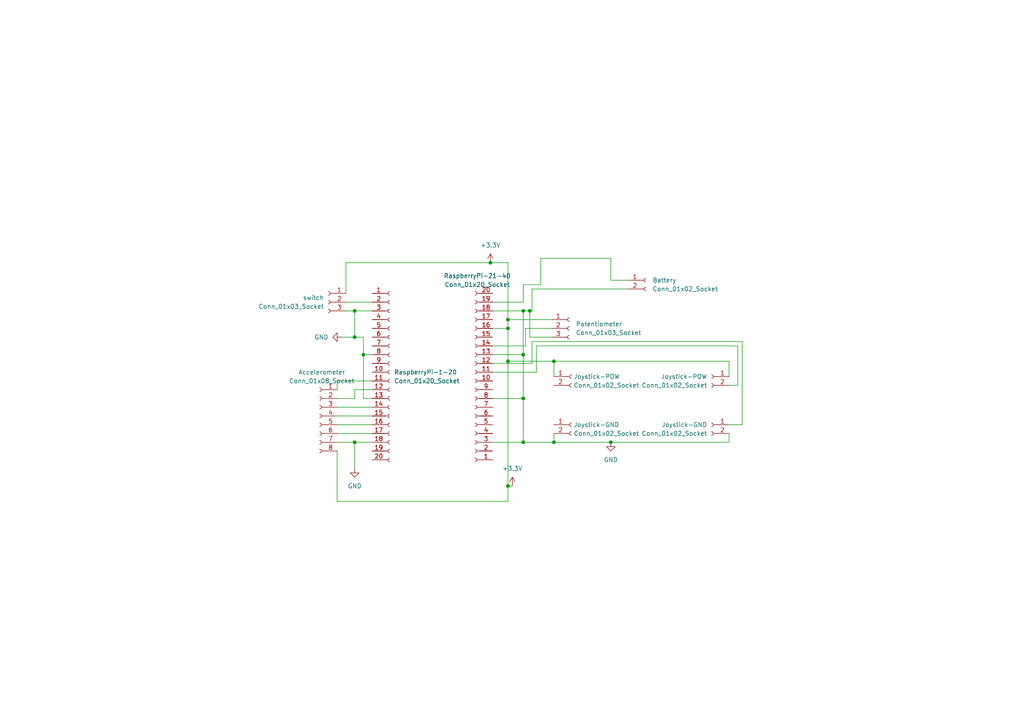
<source format=kicad_sch>
(kicad_sch (version 20230121) (generator eeschema)

  (uuid 297b859c-c137-45dc-9f05-22045b0acb03)

  (paper "A4")

  (lib_symbols
    (symbol "Connector:Conn_01x02_Socket" (pin_names (offset 1.016) hide) (in_bom yes) (on_board yes)
      (property "Reference" "J" (at 0 2.54 0)
        (effects (font (size 1.27 1.27)))
      )
      (property "Value" "Conn_01x02_Socket" (at 0 -5.08 0)
        (effects (font (size 1.27 1.27)))
      )
      (property "Footprint" "" (at 0 0 0)
        (effects (font (size 1.27 1.27)) hide)
      )
      (property "Datasheet" "~" (at 0 0 0)
        (effects (font (size 1.27 1.27)) hide)
      )
      (property "ki_locked" "" (at 0 0 0)
        (effects (font (size 1.27 1.27)))
      )
      (property "ki_keywords" "connector" (at 0 0 0)
        (effects (font (size 1.27 1.27)) hide)
      )
      (property "ki_description" "Generic connector, single row, 01x02, script generated" (at 0 0 0)
        (effects (font (size 1.27 1.27)) hide)
      )
      (property "ki_fp_filters" "Connector*:*_1x??_*" (at 0 0 0)
        (effects (font (size 1.27 1.27)) hide)
      )
      (symbol "Conn_01x02_Socket_1_1"
        (arc (start 0 -2.032) (mid -0.5058 -2.54) (end 0 -3.048)
          (stroke (width 0.1524) (type default))
          (fill (type none))
        )
        (polyline
          (pts
            (xy -1.27 -2.54)
            (xy -0.508 -2.54)
          )
          (stroke (width 0.1524) (type default))
          (fill (type none))
        )
        (polyline
          (pts
            (xy -1.27 0)
            (xy -0.508 0)
          )
          (stroke (width 0.1524) (type default))
          (fill (type none))
        )
        (arc (start 0 0.508) (mid -0.5058 0) (end 0 -0.508)
          (stroke (width 0.1524) (type default))
          (fill (type none))
        )
        (pin passive line (at -5.08 0 0) (length 3.81)
          (name "Pin_1" (effects (font (size 1.27 1.27))))
          (number "1" (effects (font (size 1.27 1.27))))
        )
        (pin passive line (at -5.08 -2.54 0) (length 3.81)
          (name "Pin_2" (effects (font (size 1.27 1.27))))
          (number "2" (effects (font (size 1.27 1.27))))
        )
      )
    )
    (symbol "Connector:Conn_01x03_Socket" (pin_names (offset 1.016) hide) (in_bom yes) (on_board yes)
      (property "Reference" "J" (at 0 5.08 0)
        (effects (font (size 1.27 1.27)))
      )
      (property "Value" "Conn_01x03_Socket" (at 0 -5.08 0)
        (effects (font (size 1.27 1.27)))
      )
      (property "Footprint" "" (at 0 0 0)
        (effects (font (size 1.27 1.27)) hide)
      )
      (property "Datasheet" "~" (at 0 0 0)
        (effects (font (size 1.27 1.27)) hide)
      )
      (property "ki_locked" "" (at 0 0 0)
        (effects (font (size 1.27 1.27)))
      )
      (property "ki_keywords" "connector" (at 0 0 0)
        (effects (font (size 1.27 1.27)) hide)
      )
      (property "ki_description" "Generic connector, single row, 01x03, script generated" (at 0 0 0)
        (effects (font (size 1.27 1.27)) hide)
      )
      (property "ki_fp_filters" "Connector*:*_1x??_*" (at 0 0 0)
        (effects (font (size 1.27 1.27)) hide)
      )
      (symbol "Conn_01x03_Socket_1_1"
        (arc (start 0 -2.032) (mid -0.5058 -2.54) (end 0 -3.048)
          (stroke (width 0.1524) (type default))
          (fill (type none))
        )
        (polyline
          (pts
            (xy -1.27 -2.54)
            (xy -0.508 -2.54)
          )
          (stroke (width 0.1524) (type default))
          (fill (type none))
        )
        (polyline
          (pts
            (xy -1.27 0)
            (xy -0.508 0)
          )
          (stroke (width 0.1524) (type default))
          (fill (type none))
        )
        (polyline
          (pts
            (xy -1.27 2.54)
            (xy -0.508 2.54)
          )
          (stroke (width 0.1524) (type default))
          (fill (type none))
        )
        (arc (start 0 0.508) (mid -0.5058 0) (end 0 -0.508)
          (stroke (width 0.1524) (type default))
          (fill (type none))
        )
        (arc (start 0 3.048) (mid -0.5058 2.54) (end 0 2.032)
          (stroke (width 0.1524) (type default))
          (fill (type none))
        )
        (pin passive line (at -5.08 2.54 0) (length 3.81)
          (name "Pin_1" (effects (font (size 1.27 1.27))))
          (number "1" (effects (font (size 1.27 1.27))))
        )
        (pin passive line (at -5.08 0 0) (length 3.81)
          (name "Pin_2" (effects (font (size 1.27 1.27))))
          (number "2" (effects (font (size 1.27 1.27))))
        )
        (pin passive line (at -5.08 -2.54 0) (length 3.81)
          (name "Pin_3" (effects (font (size 1.27 1.27))))
          (number "3" (effects (font (size 1.27 1.27))))
        )
      )
    )
    (symbol "Connector:Conn_01x08_Socket" (pin_names (offset 1.016) hide) (in_bom yes) (on_board yes)
      (property "Reference" "J" (at 0 10.16 0)
        (effects (font (size 1.27 1.27)))
      )
      (property "Value" "Conn_01x08_Socket" (at 0 -12.7 0)
        (effects (font (size 1.27 1.27)))
      )
      (property "Footprint" "" (at 0 0 0)
        (effects (font (size 1.27 1.27)) hide)
      )
      (property "Datasheet" "~" (at 0 0 0)
        (effects (font (size 1.27 1.27)) hide)
      )
      (property "ki_locked" "" (at 0 0 0)
        (effects (font (size 1.27 1.27)))
      )
      (property "ki_keywords" "connector" (at 0 0 0)
        (effects (font (size 1.27 1.27)) hide)
      )
      (property "ki_description" "Generic connector, single row, 01x08, script generated" (at 0 0 0)
        (effects (font (size 1.27 1.27)) hide)
      )
      (property "ki_fp_filters" "Connector*:*_1x??_*" (at 0 0 0)
        (effects (font (size 1.27 1.27)) hide)
      )
      (symbol "Conn_01x08_Socket_1_1"
        (arc (start 0 -9.652) (mid -0.5058 -10.16) (end 0 -10.668)
          (stroke (width 0.1524) (type default))
          (fill (type none))
        )
        (arc (start 0 -7.112) (mid -0.5058 -7.62) (end 0 -8.128)
          (stroke (width 0.1524) (type default))
          (fill (type none))
        )
        (arc (start 0 -4.572) (mid -0.5058 -5.08) (end 0 -5.588)
          (stroke (width 0.1524) (type default))
          (fill (type none))
        )
        (arc (start 0 -2.032) (mid -0.5058 -2.54) (end 0 -3.048)
          (stroke (width 0.1524) (type default))
          (fill (type none))
        )
        (polyline
          (pts
            (xy -1.27 -10.16)
            (xy -0.508 -10.16)
          )
          (stroke (width 0.1524) (type default))
          (fill (type none))
        )
        (polyline
          (pts
            (xy -1.27 -7.62)
            (xy -0.508 -7.62)
          )
          (stroke (width 0.1524) (type default))
          (fill (type none))
        )
        (polyline
          (pts
            (xy -1.27 -5.08)
            (xy -0.508 -5.08)
          )
          (stroke (width 0.1524) (type default))
          (fill (type none))
        )
        (polyline
          (pts
            (xy -1.27 -2.54)
            (xy -0.508 -2.54)
          )
          (stroke (width 0.1524) (type default))
          (fill (type none))
        )
        (polyline
          (pts
            (xy -1.27 0)
            (xy -0.508 0)
          )
          (stroke (width 0.1524) (type default))
          (fill (type none))
        )
        (polyline
          (pts
            (xy -1.27 2.54)
            (xy -0.508 2.54)
          )
          (stroke (width 0.1524) (type default))
          (fill (type none))
        )
        (polyline
          (pts
            (xy -1.27 5.08)
            (xy -0.508 5.08)
          )
          (stroke (width 0.1524) (type default))
          (fill (type none))
        )
        (polyline
          (pts
            (xy -1.27 7.62)
            (xy -0.508 7.62)
          )
          (stroke (width 0.1524) (type default))
          (fill (type none))
        )
        (arc (start 0 0.508) (mid -0.5058 0) (end 0 -0.508)
          (stroke (width 0.1524) (type default))
          (fill (type none))
        )
        (arc (start 0 3.048) (mid -0.5058 2.54) (end 0 2.032)
          (stroke (width 0.1524) (type default))
          (fill (type none))
        )
        (arc (start 0 5.588) (mid -0.5058 5.08) (end 0 4.572)
          (stroke (width 0.1524) (type default))
          (fill (type none))
        )
        (arc (start 0 8.128) (mid -0.5058 7.62) (end 0 7.112)
          (stroke (width 0.1524) (type default))
          (fill (type none))
        )
        (pin passive line (at -5.08 7.62 0) (length 3.81)
          (name "Pin_1" (effects (font (size 1.27 1.27))))
          (number "1" (effects (font (size 1.27 1.27))))
        )
        (pin passive line (at -5.08 5.08 0) (length 3.81)
          (name "Pin_2" (effects (font (size 1.27 1.27))))
          (number "2" (effects (font (size 1.27 1.27))))
        )
        (pin passive line (at -5.08 2.54 0) (length 3.81)
          (name "Pin_3" (effects (font (size 1.27 1.27))))
          (number "3" (effects (font (size 1.27 1.27))))
        )
        (pin passive line (at -5.08 0 0) (length 3.81)
          (name "Pin_4" (effects (font (size 1.27 1.27))))
          (number "4" (effects (font (size 1.27 1.27))))
        )
        (pin passive line (at -5.08 -2.54 0) (length 3.81)
          (name "Pin_5" (effects (font (size 1.27 1.27))))
          (number "5" (effects (font (size 1.27 1.27))))
        )
        (pin passive line (at -5.08 -5.08 0) (length 3.81)
          (name "Pin_6" (effects (font (size 1.27 1.27))))
          (number "6" (effects (font (size 1.27 1.27))))
        )
        (pin passive line (at -5.08 -7.62 0) (length 3.81)
          (name "Pin_7" (effects (font (size 1.27 1.27))))
          (number "7" (effects (font (size 1.27 1.27))))
        )
        (pin passive line (at -5.08 -10.16 0) (length 3.81)
          (name "Pin_8" (effects (font (size 1.27 1.27))))
          (number "8" (effects (font (size 1.27 1.27))))
        )
      )
    )
    (symbol "Connector:Conn_01x20_Socket" (pin_names (offset 1.016) hide) (in_bom yes) (on_board yes)
      (property "Reference" "J" (at 0 25.4 0)
        (effects (font (size 1.27 1.27)))
      )
      (property "Value" "Conn_01x20_Socket" (at 0 -27.94 0)
        (effects (font (size 1.27 1.27)))
      )
      (property "Footprint" "" (at 0 0 0)
        (effects (font (size 1.27 1.27)) hide)
      )
      (property "Datasheet" "~" (at 0 0 0)
        (effects (font (size 1.27 1.27)) hide)
      )
      (property "ki_locked" "" (at 0 0 0)
        (effects (font (size 1.27 1.27)))
      )
      (property "ki_keywords" "connector" (at 0 0 0)
        (effects (font (size 1.27 1.27)) hide)
      )
      (property "ki_description" "Generic connector, single row, 01x20, script generated" (at 0 0 0)
        (effects (font (size 1.27 1.27)) hide)
      )
      (property "ki_fp_filters" "Connector*:*_1x??_*" (at 0 0 0)
        (effects (font (size 1.27 1.27)) hide)
      )
      (symbol "Conn_01x20_Socket_1_1"
        (arc (start 0 -24.892) (mid -0.5058 -25.4) (end 0 -25.908)
          (stroke (width 0.1524) (type default))
          (fill (type none))
        )
        (arc (start 0 -22.352) (mid -0.5058 -22.86) (end 0 -23.368)
          (stroke (width 0.1524) (type default))
          (fill (type none))
        )
        (arc (start 0 -19.812) (mid -0.5058 -20.32) (end 0 -20.828)
          (stroke (width 0.1524) (type default))
          (fill (type none))
        )
        (arc (start 0 -17.272) (mid -0.5058 -17.78) (end 0 -18.288)
          (stroke (width 0.1524) (type default))
          (fill (type none))
        )
        (arc (start 0 -14.732) (mid -0.5058 -15.24) (end 0 -15.748)
          (stroke (width 0.1524) (type default))
          (fill (type none))
        )
        (arc (start 0 -12.192) (mid -0.5058 -12.7) (end 0 -13.208)
          (stroke (width 0.1524) (type default))
          (fill (type none))
        )
        (arc (start 0 -9.652) (mid -0.5058 -10.16) (end 0 -10.668)
          (stroke (width 0.1524) (type default))
          (fill (type none))
        )
        (arc (start 0 -7.112) (mid -0.5058 -7.62) (end 0 -8.128)
          (stroke (width 0.1524) (type default))
          (fill (type none))
        )
        (arc (start 0 -4.572) (mid -0.5058 -5.08) (end 0 -5.588)
          (stroke (width 0.1524) (type default))
          (fill (type none))
        )
        (arc (start 0 -2.032) (mid -0.5058 -2.54) (end 0 -3.048)
          (stroke (width 0.1524) (type default))
          (fill (type none))
        )
        (polyline
          (pts
            (xy -1.27 -25.4)
            (xy -0.508 -25.4)
          )
          (stroke (width 0.1524) (type default))
          (fill (type none))
        )
        (polyline
          (pts
            (xy -1.27 -22.86)
            (xy -0.508 -22.86)
          )
          (stroke (width 0.1524) (type default))
          (fill (type none))
        )
        (polyline
          (pts
            (xy -1.27 -20.32)
            (xy -0.508 -20.32)
          )
          (stroke (width 0.1524) (type default))
          (fill (type none))
        )
        (polyline
          (pts
            (xy -1.27 -17.78)
            (xy -0.508 -17.78)
          )
          (stroke (width 0.1524) (type default))
          (fill (type none))
        )
        (polyline
          (pts
            (xy -1.27 -15.24)
            (xy -0.508 -15.24)
          )
          (stroke (width 0.1524) (type default))
          (fill (type none))
        )
        (polyline
          (pts
            (xy -1.27 -12.7)
            (xy -0.508 -12.7)
          )
          (stroke (width 0.1524) (type default))
          (fill (type none))
        )
        (polyline
          (pts
            (xy -1.27 -10.16)
            (xy -0.508 -10.16)
          )
          (stroke (width 0.1524) (type default))
          (fill (type none))
        )
        (polyline
          (pts
            (xy -1.27 -7.62)
            (xy -0.508 -7.62)
          )
          (stroke (width 0.1524) (type default))
          (fill (type none))
        )
        (polyline
          (pts
            (xy -1.27 -5.08)
            (xy -0.508 -5.08)
          )
          (stroke (width 0.1524) (type default))
          (fill (type none))
        )
        (polyline
          (pts
            (xy -1.27 -2.54)
            (xy -0.508 -2.54)
          )
          (stroke (width 0.1524) (type default))
          (fill (type none))
        )
        (polyline
          (pts
            (xy -1.27 0)
            (xy -0.508 0)
          )
          (stroke (width 0.1524) (type default))
          (fill (type none))
        )
        (polyline
          (pts
            (xy -1.27 2.54)
            (xy -0.508 2.54)
          )
          (stroke (width 0.1524) (type default))
          (fill (type none))
        )
        (polyline
          (pts
            (xy -1.27 5.08)
            (xy -0.508 5.08)
          )
          (stroke (width 0.1524) (type default))
          (fill (type none))
        )
        (polyline
          (pts
            (xy -1.27 7.62)
            (xy -0.508 7.62)
          )
          (stroke (width 0.1524) (type default))
          (fill (type none))
        )
        (polyline
          (pts
            (xy -1.27 10.16)
            (xy -0.508 10.16)
          )
          (stroke (width 0.1524) (type default))
          (fill (type none))
        )
        (polyline
          (pts
            (xy -1.27 12.7)
            (xy -0.508 12.7)
          )
          (stroke (width 0.1524) (type default))
          (fill (type none))
        )
        (polyline
          (pts
            (xy -1.27 15.24)
            (xy -0.508 15.24)
          )
          (stroke (width 0.1524) (type default))
          (fill (type none))
        )
        (polyline
          (pts
            (xy -1.27 17.78)
            (xy -0.508 17.78)
          )
          (stroke (width 0.1524) (type default))
          (fill (type none))
        )
        (polyline
          (pts
            (xy -1.27 20.32)
            (xy -0.508 20.32)
          )
          (stroke (width 0.1524) (type default))
          (fill (type none))
        )
        (polyline
          (pts
            (xy -1.27 22.86)
            (xy -0.508 22.86)
          )
          (stroke (width 0.1524) (type default))
          (fill (type none))
        )
        (arc (start 0 0.508) (mid -0.5058 0) (end 0 -0.508)
          (stroke (width 0.1524) (type default))
          (fill (type none))
        )
        (arc (start 0 3.048) (mid -0.5058 2.54) (end 0 2.032)
          (stroke (width 0.1524) (type default))
          (fill (type none))
        )
        (arc (start 0 5.588) (mid -0.5058 5.08) (end 0 4.572)
          (stroke (width 0.1524) (type default))
          (fill (type none))
        )
        (arc (start 0 8.128) (mid -0.5058 7.62) (end 0 7.112)
          (stroke (width 0.1524) (type default))
          (fill (type none))
        )
        (arc (start 0 10.668) (mid -0.5058 10.16) (end 0 9.652)
          (stroke (width 0.1524) (type default))
          (fill (type none))
        )
        (arc (start 0 13.208) (mid -0.5058 12.7) (end 0 12.192)
          (stroke (width 0.1524) (type default))
          (fill (type none))
        )
        (arc (start 0 15.748) (mid -0.5058 15.24) (end 0 14.732)
          (stroke (width 0.1524) (type default))
          (fill (type none))
        )
        (arc (start 0 18.288) (mid -0.5058 17.78) (end 0 17.272)
          (stroke (width 0.1524) (type default))
          (fill (type none))
        )
        (arc (start 0 20.828) (mid -0.5058 20.32) (end 0 19.812)
          (stroke (width 0.1524) (type default))
          (fill (type none))
        )
        (arc (start 0 23.368) (mid -0.5058 22.86) (end 0 22.352)
          (stroke (width 0.1524) (type default))
          (fill (type none))
        )
        (pin passive line (at -5.08 22.86 0) (length 3.81)
          (name "Pin_1" (effects (font (size 1.27 1.27))))
          (number "1" (effects (font (size 1.27 1.27))))
        )
        (pin passive line (at -5.08 0 0) (length 3.81)
          (name "Pin_10" (effects (font (size 1.27 1.27))))
          (number "10" (effects (font (size 1.27 1.27))))
        )
        (pin passive line (at -5.08 -2.54 0) (length 3.81)
          (name "Pin_11" (effects (font (size 1.27 1.27))))
          (number "11" (effects (font (size 1.27 1.27))))
        )
        (pin passive line (at -5.08 -5.08 0) (length 3.81)
          (name "Pin_12" (effects (font (size 1.27 1.27))))
          (number "12" (effects (font (size 1.27 1.27))))
        )
        (pin passive line (at -5.08 -7.62 0) (length 3.81)
          (name "Pin_13" (effects (font (size 1.27 1.27))))
          (number "13" (effects (font (size 1.27 1.27))))
        )
        (pin passive line (at -5.08 -10.16 0) (length 3.81)
          (name "Pin_14" (effects (font (size 1.27 1.27))))
          (number "14" (effects (font (size 1.27 1.27))))
        )
        (pin passive line (at -5.08 -12.7 0) (length 3.81)
          (name "Pin_15" (effects (font (size 1.27 1.27))))
          (number "15" (effects (font (size 1.27 1.27))))
        )
        (pin passive line (at -5.08 -15.24 0) (length 3.81)
          (name "Pin_16" (effects (font (size 1.27 1.27))))
          (number "16" (effects (font (size 1.27 1.27))))
        )
        (pin passive line (at -5.08 -17.78 0) (length 3.81)
          (name "Pin_17" (effects (font (size 1.27 1.27))))
          (number "17" (effects (font (size 1.27 1.27))))
        )
        (pin passive line (at -5.08 -20.32 0) (length 3.81)
          (name "Pin_18" (effects (font (size 1.27 1.27))))
          (number "18" (effects (font (size 1.27 1.27))))
        )
        (pin passive line (at -5.08 -22.86 0) (length 3.81)
          (name "Pin_19" (effects (font (size 1.27 1.27))))
          (number "19" (effects (font (size 1.27 1.27))))
        )
        (pin passive line (at -5.08 20.32 0) (length 3.81)
          (name "Pin_2" (effects (font (size 1.27 1.27))))
          (number "2" (effects (font (size 1.27 1.27))))
        )
        (pin passive line (at -5.08 -25.4 0) (length 3.81)
          (name "Pin_20" (effects (font (size 1.27 1.27))))
          (number "20" (effects (font (size 1.27 1.27))))
        )
        (pin passive line (at -5.08 17.78 0) (length 3.81)
          (name "Pin_3" (effects (font (size 1.27 1.27))))
          (number "3" (effects (font (size 1.27 1.27))))
        )
        (pin passive line (at -5.08 15.24 0) (length 3.81)
          (name "Pin_4" (effects (font (size 1.27 1.27))))
          (number "4" (effects (font (size 1.27 1.27))))
        )
        (pin passive line (at -5.08 12.7 0) (length 3.81)
          (name "Pin_5" (effects (font (size 1.27 1.27))))
          (number "5" (effects (font (size 1.27 1.27))))
        )
        (pin passive line (at -5.08 10.16 0) (length 3.81)
          (name "Pin_6" (effects (font (size 1.27 1.27))))
          (number "6" (effects (font (size 1.27 1.27))))
        )
        (pin passive line (at -5.08 7.62 0) (length 3.81)
          (name "Pin_7" (effects (font (size 1.27 1.27))))
          (number "7" (effects (font (size 1.27 1.27))))
        )
        (pin passive line (at -5.08 5.08 0) (length 3.81)
          (name "Pin_8" (effects (font (size 1.27 1.27))))
          (number "8" (effects (font (size 1.27 1.27))))
        )
        (pin passive line (at -5.08 2.54 0) (length 3.81)
          (name "Pin_9" (effects (font (size 1.27 1.27))))
          (number "9" (effects (font (size 1.27 1.27))))
        )
      )
    )
    (symbol "power:+3.3V" (power) (pin_names (offset 0)) (in_bom yes) (on_board yes)
      (property "Reference" "#PWR" (at 0 -3.81 0)
        (effects (font (size 1.27 1.27)) hide)
      )
      (property "Value" "+3.3V" (at 0 3.556 0)
        (effects (font (size 1.27 1.27)))
      )
      (property "Footprint" "" (at 0 0 0)
        (effects (font (size 1.27 1.27)) hide)
      )
      (property "Datasheet" "" (at 0 0 0)
        (effects (font (size 1.27 1.27)) hide)
      )
      (property "ki_keywords" "global power" (at 0 0 0)
        (effects (font (size 1.27 1.27)) hide)
      )
      (property "ki_description" "Power symbol creates a global label with name \"+3.3V\"" (at 0 0 0)
        (effects (font (size 1.27 1.27)) hide)
      )
      (symbol "+3.3V_0_1"
        (polyline
          (pts
            (xy -0.762 1.27)
            (xy 0 2.54)
          )
          (stroke (width 0) (type default))
          (fill (type none))
        )
        (polyline
          (pts
            (xy 0 0)
            (xy 0 2.54)
          )
          (stroke (width 0) (type default))
          (fill (type none))
        )
        (polyline
          (pts
            (xy 0 2.54)
            (xy 0.762 1.27)
          )
          (stroke (width 0) (type default))
          (fill (type none))
        )
      )
      (symbol "+3.3V_1_1"
        (pin power_in line (at 0 0 90) (length 0) hide
          (name "+3.3V" (effects (font (size 1.27 1.27))))
          (number "1" (effects (font (size 1.27 1.27))))
        )
      )
    )
    (symbol "power:GND" (power) (pin_names (offset 0)) (in_bom yes) (on_board yes)
      (property "Reference" "#PWR" (at 0 -6.35 0)
        (effects (font (size 1.27 1.27)) hide)
      )
      (property "Value" "GND" (at 0 -3.81 0)
        (effects (font (size 1.27 1.27)))
      )
      (property "Footprint" "" (at 0 0 0)
        (effects (font (size 1.27 1.27)) hide)
      )
      (property "Datasheet" "" (at 0 0 0)
        (effects (font (size 1.27 1.27)) hide)
      )
      (property "ki_keywords" "power-flag" (at 0 0 0)
        (effects (font (size 1.27 1.27)) hide)
      )
      (property "ki_description" "Power symbol creates a global label with name \"GND\" , ground" (at 0 0 0)
        (effects (font (size 1.27 1.27)) hide)
      )
      (symbol "GND_0_1"
        (polyline
          (pts
            (xy 0 0)
            (xy 0 -1.27)
            (xy 1.27 -1.27)
            (xy 0 -2.54)
            (xy -1.27 -1.27)
            (xy 0 -1.27)
          )
          (stroke (width 0) (type default))
          (fill (type none))
        )
      )
      (symbol "GND_1_1"
        (pin power_in line (at 0 0 270) (length 0) hide
          (name "GND" (effects (font (size 1.27 1.27))))
          (number "1" (effects (font (size 1.27 1.27))))
        )
      )
    )
  )

  (junction (at 151.765 102.87) (diameter 0) (color 0 0 0 0)
    (uuid 035110f2-6d22-4571-96c1-8dc0ae3968d2)
  )
  (junction (at 160.655 128.27) (diameter 0) (color 0 0 0 0)
    (uuid 218ad3f8-e44f-4dd5-a598-80c965c3aaff)
  )
  (junction (at 177.165 128.27) (diameter 0) (color 0 0 0 0)
    (uuid 3421b94d-6f0d-4e21-9f8f-c4b471b91f2a)
  )
  (junction (at 147.32 140.97) (diameter 0) (color 0 0 0 0)
    (uuid 42d586fe-dc36-47fc-ba71-ec28de40f813)
  )
  (junction (at 102.87 97.79) (diameter 0) (color 0 0 0 0)
    (uuid 46f82973-a70e-4872-a2d9-214b35c52236)
  )
  (junction (at 147.32 92.71) (diameter 0) (color 0 0 0 0)
    (uuid 4a2bd778-5b15-47c2-8e45-c01d8d5de0cd)
  )
  (junction (at 142.24 76.2) (diameter 0) (color 0 0 0 0)
    (uuid 71cd3ea4-65a8-405d-8e0f-3d5f267aa2db)
  )
  (junction (at 147.32 95.25) (diameter 0) (color 0 0 0 0)
    (uuid 7200e5e6-f034-49a8-b46c-97f0147e6a73)
  )
  (junction (at 151.765 128.27) (diameter 0) (color 0 0 0 0)
    (uuid 7358079f-463b-4df1-aec2-c913c9a64f68)
  )
  (junction (at 151.765 115.57) (diameter 0) (color 0 0 0 0)
    (uuid 73e5b9d2-d14e-41f7-a477-a58ffcc2e1da)
  )
  (junction (at 160.655 104.775) (diameter 0) (color 0 0 0 0)
    (uuid 9269ae67-c595-46ad-a977-2db2a77f5676)
  )
  (junction (at 153.67 90.17) (diameter 0) (color 0 0 0 0)
    (uuid 99a08577-5692-409c-9cb3-168f08ad2a13)
  )
  (junction (at 105.41 102.87) (diameter 0) (color 0 0 0 0)
    (uuid b02de880-f26f-4aba-a8d2-58e67bdf3c2c)
  )
  (junction (at 102.87 90.17) (diameter 0) (color 0 0 0 0)
    (uuid c62eed09-2180-4c7d-831b-b9a3798eb9a9)
  )
  (junction (at 102.87 128.27) (diameter 0) (color 0 0 0 0)
    (uuid ce66081f-a613-4cae-aaec-6317f2cab01a)
  )
  (junction (at 151.765 90.17) (diameter 0) (color 0 0 0 0)
    (uuid d414b748-4c0d-4d28-9964-d5781e1cdea1)
  )
  (junction (at 147.32 104.775) (diameter 0) (color 0 0 0 0)
    (uuid f8be0092-6f01-4df1-ad11-db47cbfe0aca)
  )

  (wire (pts (xy 156.845 74.93) (xy 156.845 82.55))
    (stroke (width 0) (type default))
    (uuid 0338189e-6ce0-4f89-b976-f009438cb579)
  )
  (wire (pts (xy 151.765 82.55) (xy 151.765 87.63))
    (stroke (width 0) (type default))
    (uuid 06d32a23-017f-48d2-b263-c41f8a30e925)
  )
  (wire (pts (xy 154.305 99.06) (xy 154.305 105.41))
    (stroke (width 0) (type default))
    (uuid 0afa3498-9402-42e9-9c46-3d36ad22fe9f)
  )
  (wire (pts (xy 213.995 111.76) (xy 213.995 100.33))
    (stroke (width 0) (type default))
    (uuid 0b427f5b-b2fe-4454-aac8-668165a8ef7d)
  )
  (wire (pts (xy 100.33 76.2) (xy 142.24 76.2))
    (stroke (width 0) (type default))
    (uuid 15ebf503-1559-4d5f-a051-d885bc83b8f0)
  )
  (wire (pts (xy 142.875 107.95) (xy 155.575 107.95))
    (stroke (width 0) (type default))
    (uuid 1dc1cfef-8acc-4ef6-9928-e509759066e4)
  )
  (wire (pts (xy 97.79 123.19) (xy 107.95 123.19))
    (stroke (width 0) (type default))
    (uuid 1e5477c8-0148-4d84-9423-f4e91383b87f)
  )
  (wire (pts (xy 151.765 115.57) (xy 151.765 102.87))
    (stroke (width 0) (type default))
    (uuid 2171a194-ec66-4ab6-bb37-e6077f041552)
  )
  (wire (pts (xy 160.655 125.73) (xy 160.655 128.27))
    (stroke (width 0) (type default))
    (uuid 242065e8-5a08-4322-8395-59be54204364)
  )
  (wire (pts (xy 153.67 97.79) (xy 153.67 90.17))
    (stroke (width 0) (type default))
    (uuid 27b11af0-2916-4598-857a-5dc6c9025bfd)
  )
  (wire (pts (xy 160.655 128.27) (xy 177.165 128.27))
    (stroke (width 0) (type default))
    (uuid 2a6d7bb7-3631-45d6-8218-b29121cdbb66)
  )
  (wire (pts (xy 160.655 104.775) (xy 147.32 104.775))
    (stroke (width 0) (type default))
    (uuid 3bce4d2c-960d-4731-9274-f1a3b0c35779)
  )
  (wire (pts (xy 99.06 97.79) (xy 102.87 97.79))
    (stroke (width 0) (type default))
    (uuid 3d451eb6-bb99-4a91-85e6-ed26eba25ee4)
  )
  (wire (pts (xy 160.655 104.775) (xy 160.655 109.22))
    (stroke (width 0) (type default))
    (uuid 3e340659-9bd0-4cf1-990e-1e3db757516f)
  )
  (wire (pts (xy 97.79 118.11) (xy 107.95 118.11))
    (stroke (width 0) (type default))
    (uuid 3e802b35-93c9-4418-9bd4-5fd2410dacf2)
  )
  (wire (pts (xy 177.165 81.28) (xy 177.165 74.93))
    (stroke (width 0) (type default))
    (uuid 42a354d6-ffa5-4427-8b42-623a2d70e088)
  )
  (wire (pts (xy 105.41 102.87) (xy 107.95 102.87))
    (stroke (width 0) (type default))
    (uuid 42ae93ad-f459-490e-ae87-beeaf1355044)
  )
  (wire (pts (xy 147.32 104.775) (xy 147.32 140.97))
    (stroke (width 0) (type default))
    (uuid 4407fcc6-e805-4852-8d28-b64bf1d1fe3b)
  )
  (wire (pts (xy 102.87 113.03) (xy 107.95 113.03))
    (stroke (width 0) (type default))
    (uuid 45508997-c315-45e0-9e30-8c7d0ed2e09c)
  )
  (wire (pts (xy 160.655 128.27) (xy 151.765 128.27))
    (stroke (width 0) (type default))
    (uuid 4e85861b-1664-4f00-86ef-0e2bfe64f3b0)
  )
  (wire (pts (xy 97.79 115.57) (xy 102.87 115.57))
    (stroke (width 0) (type default))
    (uuid 528aaaa3-ed2f-420a-9e92-c2465cf6c542)
  )
  (wire (pts (xy 97.79 145.415) (xy 147.32 145.415))
    (stroke (width 0) (type default))
    (uuid 55692717-c4c0-4a07-bb23-805b2815d031)
  )
  (wire (pts (xy 142.875 128.27) (xy 151.765 128.27))
    (stroke (width 0) (type default))
    (uuid 5a1f6bf9-3a9d-42a7-8197-fcdf08c6e30f)
  )
  (wire (pts (xy 142.875 105.41) (xy 154.305 105.41))
    (stroke (width 0) (type default))
    (uuid 5c1bdeba-2fb6-4ffa-9136-4d40f3e3195e)
  )
  (wire (pts (xy 105.41 97.79) (xy 102.87 97.79))
    (stroke (width 0) (type default))
    (uuid 5c5e44f8-ac60-4840-a378-bef17625697e)
  )
  (wire (pts (xy 100.33 87.63) (xy 107.95 87.63))
    (stroke (width 0) (type default))
    (uuid 5e5ad470-a9f6-47cf-a0be-7c8014dcae1a)
  )
  (wire (pts (xy 97.79 125.73) (xy 107.95 125.73))
    (stroke (width 0) (type default))
    (uuid 5f044717-fd32-443c-b0ac-77d27decc29d)
  )
  (wire (pts (xy 213.995 100.33) (xy 155.575 100.33))
    (stroke (width 0) (type default))
    (uuid 6159ded7-b1fd-4b37-a473-00735ebf7193)
  )
  (wire (pts (xy 142.875 87.63) (xy 151.765 87.63))
    (stroke (width 0) (type default))
    (uuid 64cb0323-1ed4-40ba-a3bf-e0605fe1c2ff)
  )
  (wire (pts (xy 105.41 115.57) (xy 105.41 102.87))
    (stroke (width 0) (type default))
    (uuid 66c62348-e595-4b72-bcca-ecc5af0e8e80)
  )
  (wire (pts (xy 97.79 120.65) (xy 107.95 120.65))
    (stroke (width 0) (type default))
    (uuid 68169360-bf34-419b-bf53-993295dffa09)
  )
  (wire (pts (xy 97.79 110.49) (xy 107.95 110.49))
    (stroke (width 0) (type default))
    (uuid 6b790d87-c1a6-4bef-b39c-864541364d5c)
  )
  (wire (pts (xy 215.265 99.06) (xy 154.305 99.06))
    (stroke (width 0) (type default))
    (uuid 70cae84a-3c3c-456c-9757-c00de217718a)
  )
  (wire (pts (xy 97.79 113.03) (xy 97.79 110.49))
    (stroke (width 0) (type default))
    (uuid 7457036f-6916-4c70-95f2-e72a775898d5)
  )
  (wire (pts (xy 154.305 83.82) (xy 154.305 90.17))
    (stroke (width 0) (type default))
    (uuid 7f0bc92f-fd76-48c6-9a00-20462c97ae51)
  )
  (wire (pts (xy 142.875 95.25) (xy 147.32 95.25))
    (stroke (width 0) (type default))
    (uuid 80103c82-86eb-4f87-a4c8-b638a1cca82b)
  )
  (wire (pts (xy 102.87 97.79) (xy 102.87 90.17))
    (stroke (width 0) (type default))
    (uuid 828ca212-6ba0-49ba-9671-181abdc98539)
  )
  (wire (pts (xy 156.845 82.55) (xy 151.765 82.55))
    (stroke (width 0) (type default))
    (uuid 865f2e2d-d5d3-44dd-b87e-fd2b281fb184)
  )
  (wire (pts (xy 155.575 100.33) (xy 155.575 107.95))
    (stroke (width 0) (type default))
    (uuid 8779d8b6-0e81-429f-a4ad-58c8cdaf143e)
  )
  (wire (pts (xy 154.305 90.17) (xy 153.67 90.17))
    (stroke (width 0) (type default))
    (uuid 8de2ac5e-7677-46bb-ba22-728d11c78dc7)
  )
  (wire (pts (xy 102.87 128.27) (xy 107.95 128.27))
    (stroke (width 0) (type default))
    (uuid 950e99f1-096c-4fce-9064-724b653422dd)
  )
  (wire (pts (xy 147.32 76.2) (xy 147.32 92.71))
    (stroke (width 0) (type default))
    (uuid 95672964-9821-41f7-877d-a921d1b0df6a)
  )
  (wire (pts (xy 151.765 115.57) (xy 151.765 128.27))
    (stroke (width 0) (type default))
    (uuid 96cb97e6-c127-4598-bcde-f7f4d4f805f2)
  )
  (wire (pts (xy 142.875 102.87) (xy 151.765 102.87))
    (stroke (width 0) (type default))
    (uuid 97a9fe3e-e758-402a-8acb-0660a150d08a)
  )
  (wire (pts (xy 147.32 140.97) (xy 147.32 145.415))
    (stroke (width 0) (type default))
    (uuid 98ab3484-b6dc-4464-95a7-7ae56d2db9bd)
  )
  (wire (pts (xy 147.32 95.25) (xy 147.32 104.775))
    (stroke (width 0) (type default))
    (uuid 99810642-90f5-4e0b-804b-b26c0a84b121)
  )
  (wire (pts (xy 151.765 90.17) (xy 151.765 102.87))
    (stroke (width 0) (type default))
    (uuid a129ec12-063e-4d47-bf18-0ce8d2d16c1a)
  )
  (wire (pts (xy 160.02 92.71) (xy 147.32 92.71))
    (stroke (width 0) (type default))
    (uuid a208a1d9-48bf-4607-a674-36909fc1ff8a)
  )
  (wire (pts (xy 215.265 123.19) (xy 215.265 99.06))
    (stroke (width 0) (type default))
    (uuid a212aa1a-d840-4436-921a-fd7c7ee9e1ed)
  )
  (wire (pts (xy 97.79 128.27) (xy 102.87 128.27))
    (stroke (width 0) (type default))
    (uuid a2c192cb-f0b1-4811-8ad3-aa7b9fa01fff)
  )
  (wire (pts (xy 102.87 90.17) (xy 107.95 90.17))
    (stroke (width 0) (type default))
    (uuid a714ac29-9874-43a2-879b-3b0f29e00883)
  )
  (wire (pts (xy 105.41 102.87) (xy 105.41 97.79))
    (stroke (width 0) (type default))
    (uuid a7ca6385-7bc6-4c3f-b701-e94c1b90facd)
  )
  (wire (pts (xy 153.67 90.17) (xy 151.765 90.17))
    (stroke (width 0) (type default))
    (uuid addce356-3059-4d5c-80fc-8a0c4db1c820)
  )
  (wire (pts (xy 142.875 90.17) (xy 151.765 90.17))
    (stroke (width 0) (type default))
    (uuid bd74df2e-3d7e-4e9a-9bd1-aef034567688)
  )
  (wire (pts (xy 152.4 95.25) (xy 160.02 95.25))
    (stroke (width 0) (type default))
    (uuid be706ff5-9628-4e25-af81-e9c6e425601b)
  )
  (wire (pts (xy 97.79 130.81) (xy 97.79 145.415))
    (stroke (width 0) (type default))
    (uuid c0509010-a8f2-474d-a40c-42e3e7cca85e)
  )
  (wire (pts (xy 211.455 104.775) (xy 160.655 104.775))
    (stroke (width 0) (type default))
    (uuid c05266ae-da57-456f-89e5-0c70dc80ebd5)
  )
  (wire (pts (xy 147.32 92.71) (xy 147.32 95.25))
    (stroke (width 0) (type default))
    (uuid c5452f25-6975-45f1-9528-01de1a805a34)
  )
  (wire (pts (xy 152.4 95.25) (xy 152.4 100.33))
    (stroke (width 0) (type default))
    (uuid c66c955b-079b-43de-8d86-1fd152e55aed)
  )
  (wire (pts (xy 182.245 81.28) (xy 177.165 81.28))
    (stroke (width 0) (type default))
    (uuid c8fdf07e-f6c2-4b8d-bbbd-00a8405e6823)
  )
  (wire (pts (xy 154.305 83.82) (xy 182.245 83.82))
    (stroke (width 0) (type default))
    (uuid cb6f7a07-d7ba-41de-9052-d2faec309235)
  )
  (wire (pts (xy 142.875 115.57) (xy 151.765 115.57))
    (stroke (width 0) (type default))
    (uuid d081af87-286e-4350-8272-4ece32bff302)
  )
  (wire (pts (xy 102.87 128.27) (xy 102.87 135.89))
    (stroke (width 0) (type default))
    (uuid d33e04e3-41f1-4d5e-b5ef-ab94d7a5b753)
  )
  (wire (pts (xy 147.32 140.97) (xy 148.59 140.97))
    (stroke (width 0) (type default))
    (uuid d4269ff7-57d3-4d5f-8ce4-921f5c080c07)
  )
  (wire (pts (xy 156.845 74.93) (xy 177.165 74.93))
    (stroke (width 0) (type default))
    (uuid d4d36b1a-4ed5-444b-a5c5-b9e94d418ce3)
  )
  (wire (pts (xy 142.875 100.33) (xy 152.4 100.33))
    (stroke (width 0) (type default))
    (uuid d77b9132-2fe3-49f4-b1c6-786390727516)
  )
  (wire (pts (xy 107.95 115.57) (xy 105.41 115.57))
    (stroke (width 0) (type default))
    (uuid d846384c-7c35-4343-8d91-dbc44b2c9723)
  )
  (wire (pts (xy 142.24 76.2) (xy 147.32 76.2))
    (stroke (width 0) (type default))
    (uuid d94fd601-38ed-418c-80f7-8294cf7ec390)
  )
  (wire (pts (xy 177.165 128.27) (xy 211.455 128.27))
    (stroke (width 0) (type default))
    (uuid db73707c-0845-44ea-bc66-55d5d1f67f8b)
  )
  (wire (pts (xy 160.02 97.79) (xy 153.67 97.79))
    (stroke (width 0) (type default))
    (uuid dc61c2a0-47ea-40ed-9956-cf5ec8c38928)
  )
  (wire (pts (xy 211.455 123.19) (xy 215.265 123.19))
    (stroke (width 0) (type default))
    (uuid dea3bdf1-eb1a-47fc-a379-b504bf82e586)
  )
  (wire (pts (xy 211.455 109.22) (xy 211.455 104.775))
    (stroke (width 0) (type default))
    (uuid df687722-d26c-4d84-b5e0-1870b1d8e030)
  )
  (wire (pts (xy 211.455 111.76) (xy 213.995 111.76))
    (stroke (width 0) (type default))
    (uuid e609855d-07cc-4c4a-a0f5-8088b64a0337)
  )
  (wire (pts (xy 100.33 90.17) (xy 102.87 90.17))
    (stroke (width 0) (type default))
    (uuid e9cabb8a-ff0e-4d1d-a058-94f5aa5b73ec)
  )
  (wire (pts (xy 100.33 85.09) (xy 100.33 76.2))
    (stroke (width 0) (type default))
    (uuid f48b0497-4216-4b9f-a333-d5fb7c035d94)
  )
  (wire (pts (xy 211.455 125.73) (xy 211.455 128.27))
    (stroke (width 0) (type default))
    (uuid faad0458-3668-4f3c-a5c1-a581b89aab6d)
  )
  (wire (pts (xy 102.87 115.57) (xy 102.87 113.03))
    (stroke (width 0) (type default))
    (uuid fe48c536-4fa9-4715-970d-ed7a4c4012ae)
  )

  (symbol (lib_id "power:GND") (at 99.06 97.79 270) (unit 1)
    (in_bom yes) (on_board yes) (dnp no) (fields_autoplaced)
    (uuid 1637ca33-b11c-4c58-b15f-520eb406ea68)
    (property "Reference" "#PWR02" (at 92.71 97.79 0)
      (effects (font (size 1.27 1.27)) hide)
    )
    (property "Value" "GND" (at 95.25 97.79 90)
      (effects (font (size 1.27 1.27)) (justify right))
    )
    (property "Footprint" "" (at 99.06 97.79 0)
      (effects (font (size 1.27 1.27)) hide)
    )
    (property "Datasheet" "" (at 99.06 97.79 0)
      (effects (font (size 1.27 1.27)) hide)
    )
    (pin "1" (uuid 620c9e03-34b3-4366-a598-8f8efeb4b350))
    (instances
      (project "sd_3"
        (path "/05e03258-b179-4e73-8c59-f834852966e7"
          (reference "#PWR02") (unit 1)
        )
      )
      (project "lab_8_pot"
        (path "/0881ec73-f32e-4b3c-93a3-e611bd4360a9"
          (reference "#PWR0101") (unit 1)
        )
      )
      (project "sd_9"
        (path "/297b859c-c137-45dc-9f05-22045b0acb03"
          (reference "#PWR01") (unit 1)
        )
      )
    )
  )

  (symbol (lib_id "Connector:Conn_01x20_Socket") (at 137.795 110.49 180) (unit 1)
    (in_bom yes) (on_board yes) (dnp no) (fields_autoplaced)
    (uuid 17869916-f206-4b22-9f47-48c40a9ac1dd)
    (property "Reference" "J2" (at 138.43 80.01 0)
      (effects (font (size 1.27 1.27)))
    )
    (property "Value" "Conn_01x20_Socket" (at 138.43 82.55 0)
      (effects (font (size 1.27 1.27)))
    )
    (property "Footprint" "Connector_PinSocket_2.54mm:PinSocket_1x20_P2.54mm_Vertical" (at 137.795 110.49 0)
      (effects (font (size 1.27 1.27)) hide)
    )
    (property "Datasheet" "~" (at 137.795 110.49 0)
      (effects (font (size 1.27 1.27)) hide)
    )
    (pin "1" (uuid 53ed680b-e9a4-446a-b8d6-f41d4c88c519))
    (pin "10" (uuid f7adb678-fa73-4c19-a9f0-57fb7a4d295d))
    (pin "11" (uuid d019d67f-b05f-4a63-8057-007fa207b339))
    (pin "12" (uuid 2e3baa27-bfd8-458a-a645-de251d559169))
    (pin "13" (uuid 0fac99a6-1a53-49de-86d9-4c648abd681c))
    (pin "14" (uuid 63109494-4b5b-43df-b96c-5d7d5f02ce1e))
    (pin "15" (uuid 04e63881-814a-4768-8826-8bd2c59db7c3))
    (pin "16" (uuid 5c8a820a-d820-4d30-9d21-95f71540b3b0))
    (pin "17" (uuid d2f158ee-b996-4cbb-87ab-e0133c4e4bc8))
    (pin "18" (uuid 589086f4-f63f-4415-a9b4-ed20e9b23e26))
    (pin "19" (uuid 570dd9a0-23f1-4f66-b40f-d70f46a86460))
    (pin "2" (uuid 68519a2a-e02e-4007-b856-98a1bc9b5149))
    (pin "20" (uuid d4dde233-2ef0-4d5e-ac04-4d7654221646))
    (pin "3" (uuid bc3be627-3534-4ed0-a549-0967ef5b27e7))
    (pin "4" (uuid a9887d14-9044-4d5d-96f7-2a978d329dd8))
    (pin "5" (uuid 481c4f44-47b3-41f4-a022-e49344e09e30))
    (pin "6" (uuid 53baf845-5eed-461f-928e-41261c45e4d9))
    (pin "7" (uuid ff7bcf19-cafb-4a20-a4d5-93a0f98ab15c))
    (pin "8" (uuid 895c6113-1df9-4885-8dd2-8aba9534e0aa))
    (pin "9" (uuid 736d88a6-cdea-4af8-bde6-598dd8bb75c1))
    (instances
      (project "sd_3"
        (path "/05e03258-b179-4e73-8c59-f834852966e7"
          (reference "J2") (unit 1)
        )
      )
      (project "sd_9"
        (path "/297b859c-c137-45dc-9f05-22045b0acb03"
          (reference "RaspberryPi-21-40") (unit 1)
        )
      )
    )
  )

  (symbol (lib_id "Connector:Conn_01x02_Socket") (at 206.375 123.19 0) (mirror y) (unit 1)
    (in_bom yes) (on_board yes) (dnp no)
    (uuid 1ef97908-460e-4486-948d-eb4480a00da3)
    (property "Reference" "J6" (at 205.105 123.19 0)
      (effects (font (size 1.27 1.27)) (justify left))
    )
    (property "Value" "Conn_01x02_Socket" (at 205.105 125.73 0)
      (effects (font (size 1.27 1.27)) (justify left))
    )
    (property "Footprint" "Connector_PinSocket_2.54mm:PinSocket_1x02_P2.54mm_Vertical" (at 206.375 123.19 0)
      (effects (font (size 1.27 1.27)) hide)
    )
    (property "Datasheet" "~" (at 206.375 123.19 0)
      (effects (font (size 1.27 1.27)) hide)
    )
    (pin "1" (uuid a30d24c6-03e7-4064-95dd-da5e80554e95))
    (pin "2" (uuid a0ce1031-6ef3-453b-a7a2-142d968fee91))
    (instances
      (project "sd_3"
        (path "/05e03258-b179-4e73-8c59-f834852966e7"
          (reference "J6") (unit 1)
        )
      )
      (project "sd_9"
        (path "/297b859c-c137-45dc-9f05-22045b0acb03"
          (reference "Joystick-GND") (unit 1)
        )
      )
    )
  )

  (symbol (lib_id "Connector:Conn_01x02_Socket") (at 206.375 109.22 0) (mirror y) (unit 1)
    (in_bom yes) (on_board yes) (dnp no)
    (uuid 24deb3a9-ddbc-4c06-9f33-707fa4e987ac)
    (property "Reference" "J7" (at 205.105 109.22 0)
      (effects (font (size 1.27 1.27)) (justify left))
    )
    (property "Value" "Conn_01x02_Socket" (at 205.105 111.76 0)
      (effects (font (size 1.27 1.27)) (justify left))
    )
    (property "Footprint" "Connector_PinSocket_2.54mm:PinSocket_1x02_P2.54mm_Vertical" (at 206.375 109.22 0)
      (effects (font (size 1.27 1.27)) hide)
    )
    (property "Datasheet" "~" (at 206.375 109.22 0)
      (effects (font (size 1.27 1.27)) hide)
    )
    (pin "1" (uuid 4283f1b6-226d-43ca-89f8-95480778b828))
    (pin "2" (uuid 1ac38fa4-8e74-4e28-bfd1-b069be79a049))
    (instances
      (project "sd_3"
        (path "/05e03258-b179-4e73-8c59-f834852966e7"
          (reference "J7") (unit 1)
        )
      )
      (project "sd_9"
        (path "/297b859c-c137-45dc-9f05-22045b0acb03"
          (reference "Joystick-POW") (unit 1)
        )
      )
    )
  )

  (symbol (lib_id "power:GND") (at 177.165 128.27 0) (unit 1)
    (in_bom yes) (on_board yes) (dnp no) (fields_autoplaced)
    (uuid 35cc404d-71ee-49ce-80ca-22ae35e5ab7c)
    (property "Reference" "#PWR03" (at 177.165 134.62 0)
      (effects (font (size 1.27 1.27)) hide)
    )
    (property "Value" "GND" (at 177.165 133.35 0)
      (effects (font (size 1.27 1.27)))
    )
    (property "Footprint" "" (at 177.165 128.27 0)
      (effects (font (size 1.27 1.27)) hide)
    )
    (property "Datasheet" "" (at 177.165 128.27 0)
      (effects (font (size 1.27 1.27)) hide)
    )
    (pin "1" (uuid 88b9ba04-47fa-482f-8138-138e82b713c2))
    (instances
      (project "sd_3"
        (path "/05e03258-b179-4e73-8c59-f834852966e7"
          (reference "#PWR03") (unit 1)
        )
      )
      (project "lab_8_pot"
        (path "/0881ec73-f32e-4b3c-93a3-e611bd4360a9"
          (reference "#PWR0101") (unit 1)
        )
      )
      (project "sd_9"
        (path "/297b859c-c137-45dc-9f05-22045b0acb03"
          (reference "#PWR03") (unit 1)
        )
      )
    )
  )

  (symbol (lib_id "Connector:Conn_01x20_Socket") (at 113.03 107.95 0) (unit 1)
    (in_bom yes) (on_board yes) (dnp no) (fields_autoplaced)
    (uuid 64512402-ced8-4db3-8ce9-9a965a1944fa)
    (property "Reference" "J1" (at 114.3 107.95 0)
      (effects (font (size 1.27 1.27)) (justify left))
    )
    (property "Value" "Conn_01x20_Socket" (at 114.3 110.49 0)
      (effects (font (size 1.27 1.27)) (justify left))
    )
    (property "Footprint" "Connector_PinSocket_2.54mm:PinSocket_1x20_P2.54mm_Vertical" (at 113.03 107.95 0)
      (effects (font (size 1.27 1.27)) hide)
    )
    (property "Datasheet" "~" (at 113.03 107.95 0)
      (effects (font (size 1.27 1.27)) hide)
    )
    (pin "1" (uuid 24bea5c0-c508-4f34-8097-e354223b7091))
    (pin "10" (uuid 20c670af-4af9-4f56-be55-49437c1bc7fb))
    (pin "11" (uuid b11bae05-b7e2-4a0d-b394-05e8cff9ecd8))
    (pin "12" (uuid 2c0224c2-4bb7-4acf-bda2-b75dfa56a611))
    (pin "13" (uuid 01050fd1-fd4f-4d69-9119-a273fd136efa))
    (pin "14" (uuid 32c86484-145a-4c6a-9593-1491b57586b8))
    (pin "15" (uuid 2ad4f957-0f0b-4c0e-8444-750c0d85b371))
    (pin "16" (uuid 7a6704e4-639e-4674-aed9-785f90e52ec8))
    (pin "17" (uuid 87339767-87b0-4763-ab3f-aa3175963be7))
    (pin "18" (uuid 2d9df5a6-637d-4de4-83d8-f1f826a5e1f2))
    (pin "19" (uuid fb27834b-d1ea-4c74-8956-b68f0c9c6cb3))
    (pin "2" (uuid ceea09b6-957e-4e75-a923-042784e7d482))
    (pin "20" (uuid 647c1892-9955-49df-b215-dcc9036045d3))
    (pin "3" (uuid e4ab8f2a-c41f-4c64-8846-f5ac7c208d9a))
    (pin "4" (uuid 91621f1c-4a0b-43e5-8530-42962890f5a7))
    (pin "5" (uuid e10f66aa-e8c4-49f2-92d1-761afe7e3693))
    (pin "6" (uuid c1afc2b8-1054-48f8-a8c7-a19683eefbe1))
    (pin "7" (uuid 96703828-233f-4bee-9fd6-48788d52e2d7))
    (pin "8" (uuid 04d805f8-2582-496a-b6d8-6fe141bdce7f))
    (pin "9" (uuid c4c1512a-d94a-4860-a7ca-f8a7b26f0bfc))
    (instances
      (project "sd_3"
        (path "/05e03258-b179-4e73-8c59-f834852966e7"
          (reference "J1") (unit 1)
        )
      )
      (project "sd_9"
        (path "/297b859c-c137-45dc-9f05-22045b0acb03"
          (reference "RaspberryPi-1-20") (unit 1)
        )
      )
    )
  )

  (symbol (lib_id "Connector:Conn_01x02_Socket") (at 187.325 81.28 0) (unit 1)
    (in_bom yes) (on_board yes) (dnp no) (fields_autoplaced)
    (uuid 8063f3e3-480e-45e4-bb7c-34848b5625f2)
    (property "Reference" "J8" (at 189.23 81.28 0)
      (effects (font (size 1.27 1.27)) (justify left))
    )
    (property "Value" "Conn_01x02_Socket" (at 189.23 83.82 0)
      (effects (font (size 1.27 1.27)) (justify left))
    )
    (property "Footprint" "Connector_PinSocket_2.54mm:PinSocket_1x02_P2.54mm_Vertical" (at 187.325 81.28 0)
      (effects (font (size 1.27 1.27)) hide)
    )
    (property "Datasheet" "~" (at 187.325 81.28 0)
      (effects (font (size 1.27 1.27)) hide)
    )
    (pin "1" (uuid 79134424-4f53-4664-ae65-02515941b8dc))
    (pin "2" (uuid f2b5123d-41b9-46cc-9044-f454b2b7d0c2))
    (instances
      (project "sd_3"
        (path "/05e03258-b179-4e73-8c59-f834852966e7"
          (reference "J8") (unit 1)
        )
      )
      (project "sd_9"
        (path "/297b859c-c137-45dc-9f05-22045b0acb03"
          (reference "Battery") (unit 1)
        )
      )
    )
  )

  (symbol (lib_id "Connector:Conn_01x02_Socket") (at 165.735 109.22 0) (unit 1)
    (in_bom yes) (on_board yes) (dnp no)
    (uuid 8ef75633-88f3-41e7-a7ee-83f6424785de)
    (property "Reference" "J4" (at 166.37 109.22 0)
      (effects (font (size 1.27 1.27)) (justify left))
    )
    (property "Value" "Conn_01x02_Socket" (at 166.37 111.76 0)
      (effects (font (size 1.27 1.27)) (justify left))
    )
    (property "Footprint" "Connector_PinSocket_2.54mm:PinSocket_1x02_P2.54mm_Vertical" (at 165.735 109.22 0)
      (effects (font (size 1.27 1.27)) hide)
    )
    (property "Datasheet" "~" (at 165.735 109.22 0)
      (effects (font (size 1.27 1.27)) hide)
    )
    (pin "1" (uuid e95b2192-fdfc-4440-abda-ea91426b61d1))
    (pin "2" (uuid a9f0020e-a7ca-4b5a-acf6-c3dc6eae6b4c))
    (instances
      (project "sd_3"
        (path "/05e03258-b179-4e73-8c59-f834852966e7"
          (reference "J4") (unit 1)
        )
      )
      (project "sd_9"
        (path "/297b859c-c137-45dc-9f05-22045b0acb03"
          (reference "Joystick-POW") (unit 1)
        )
      )
    )
  )

  (symbol (lib_id "Connector:Conn_01x08_Socket") (at 92.71 120.65 0) (mirror y) (unit 1)
    (in_bom yes) (on_board yes) (dnp no) (fields_autoplaced)
    (uuid ad032c4f-2efc-46e2-9f39-912d81d0f8f5)
    (property "Reference" "J3" (at 93.345 107.95 0)
      (effects (font (size 1.27 1.27)))
    )
    (property "Value" "Conn_01x08_Socket" (at 93.345 110.49 0)
      (effects (font (size 1.27 1.27)))
    )
    (property "Footprint" "Connector_PinSocket_2.54mm:PinSocket_1x08_P2.54mm_Vertical" (at 92.71 120.65 0)
      (effects (font (size 1.27 1.27)) hide)
    )
    (property "Datasheet" "~" (at 92.71 120.65 0)
      (effects (font (size 1.27 1.27)) hide)
    )
    (pin "1" (uuid 00db3873-b925-408d-a522-70d455903d98))
    (pin "2" (uuid 4d9a7db4-376e-49c8-81f3-70cb1438f27c))
    (pin "3" (uuid 329dbaf1-5eba-4f56-a42d-d836dde05daa))
    (pin "4" (uuid 83791280-94db-4a19-ba87-8601dd72804d))
    (pin "5" (uuid cdee0d3f-e4a3-4bb4-9ddc-5685dc9b6a4d))
    (pin "6" (uuid e0d71325-88b8-42cb-aec0-47190febe0e4))
    (pin "7" (uuid 6f7cb8dc-60e7-49bc-b07b-09205dae61bb))
    (pin "8" (uuid 95401f5f-6c6f-4300-a86d-d8c3ff54a4db))
    (instances
      (project "sd_3"
        (path "/05e03258-b179-4e73-8c59-f834852966e7"
          (reference "J3") (unit 1)
        )
      )
      (project "sd_9"
        (path "/297b859c-c137-45dc-9f05-22045b0acb03"
          (reference "Accelerometer") (unit 1)
        )
      )
    )
  )

  (symbol (lib_id "power:GND") (at 102.87 135.89 0) (unit 1)
    (in_bom yes) (on_board yes) (dnp no) (fields_autoplaced)
    (uuid bcb31b7b-2644-4e1e-81a7-bf0ff8a55114)
    (property "Reference" "#PWR01" (at 102.87 142.24 0)
      (effects (font (size 1.27 1.27)) hide)
    )
    (property "Value" "GND" (at 102.87 140.97 0)
      (effects (font (size 1.27 1.27)))
    )
    (property "Footprint" "" (at 102.87 135.89 0)
      (effects (font (size 1.27 1.27)) hide)
    )
    (property "Datasheet" "" (at 102.87 135.89 0)
      (effects (font (size 1.27 1.27)) hide)
    )
    (pin "1" (uuid e47ac84c-ddfe-4e06-adf9-5aa4ed3ee857))
    (instances
      (project "sd_3"
        (path "/05e03258-b179-4e73-8c59-f834852966e7"
          (reference "#PWR01") (unit 1)
        )
      )
      (project "lab_8_pot"
        (path "/0881ec73-f32e-4b3c-93a3-e611bd4360a9"
          (reference "#PWR0101") (unit 1)
        )
      )
      (project "sd_9"
        (path "/297b859c-c137-45dc-9f05-22045b0acb03"
          (reference "#PWR02") (unit 1)
        )
      )
    )
  )

  (symbol (lib_id "power:+3.3V") (at 142.24 76.2 0) (unit 1)
    (in_bom yes) (on_board yes) (dnp no) (fields_autoplaced)
    (uuid ca9aafad-23e9-40c4-9f39-4a0edfa0bbc4)
    (property "Reference" "#PWR05" (at 142.24 80.01 0)
      (effects (font (size 1.27 1.27)) hide)
    )
    (property "Value" "+3.3V" (at 142.24 71.12 0)
      (effects (font (size 1.27 1.27)))
    )
    (property "Footprint" "" (at 142.24 76.2 0)
      (effects (font (size 1.27 1.27)) hide)
    )
    (property "Datasheet" "" (at 142.24 76.2 0)
      (effects (font (size 1.27 1.27)) hide)
    )
    (pin "1" (uuid fd9a878c-ec27-4c49-a51a-0e3f03d66017))
    (instances
      (project "sd_9"
        (path "/297b859c-c137-45dc-9f05-22045b0acb03"
          (reference "#PWR05") (unit 1)
        )
      )
    )
  )

  (symbol (lib_id "power:+3.3V") (at 148.59 140.97 0) (unit 1)
    (in_bom yes) (on_board yes) (dnp no) (fields_autoplaced)
    (uuid cc70fb81-e300-454a-bdf6-dcf68f5e58de)
    (property "Reference" "#PWR04" (at 148.59 144.78 0)
      (effects (font (size 1.27 1.27)) hide)
    )
    (property "Value" "+3.3V" (at 148.59 135.89 0)
      (effects (font (size 1.27 1.27)))
    )
    (property "Footprint" "" (at 148.59 140.97 0)
      (effects (font (size 1.27 1.27)) hide)
    )
    (property "Datasheet" "" (at 148.59 140.97 0)
      (effects (font (size 1.27 1.27)) hide)
    )
    (pin "1" (uuid 0807ab84-586d-4c07-a9b2-516497574f51))
    (instances
      (project "sd_9"
        (path "/297b859c-c137-45dc-9f05-22045b0acb03"
          (reference "#PWR04") (unit 1)
        )
      )
    )
  )

  (symbol (lib_id "Connector:Conn_01x03_Socket") (at 165.1 95.25 0) (unit 1)
    (in_bom yes) (on_board yes) (dnp no) (fields_autoplaced)
    (uuid debf8b20-4e60-4e0f-b4d1-6403f4816633)
    (property "Reference" "J9" (at 167.005 93.98 0)
      (effects (font (size 1.27 1.27)) (justify left))
    )
    (property "Value" "Conn_01x03_Socket" (at 167.005 96.52 0)
      (effects (font (size 1.27 1.27)) (justify left))
    )
    (property "Footprint" "Connector_PinSocket_2.54mm:PinSocket_1x03_P2.54mm_Vertical" (at 165.1 95.25 0)
      (effects (font (size 1.27 1.27)) hide)
    )
    (property "Datasheet" "~" (at 165.1 95.25 0)
      (effects (font (size 1.27 1.27)) hide)
    )
    (pin "1" (uuid 86bc7ebf-598f-4d10-8944-ba3c66365ed4))
    (pin "2" (uuid d94da611-aec6-48fe-aebb-e8e0f26e0547))
    (pin "3" (uuid a3d96f4b-3f92-4f3b-a26d-36a0aa3cba26))
    (instances
      (project "sd_3"
        (path "/05e03258-b179-4e73-8c59-f834852966e7"
          (reference "J9") (unit 1)
        )
      )
      (project "sd_9"
        (path "/297b859c-c137-45dc-9f05-22045b0acb03"
          (reference "Potentiometer") (unit 1)
        )
      )
    )
  )

  (symbol (lib_id "Connector:Conn_01x02_Socket") (at 165.735 123.19 0) (unit 1)
    (in_bom yes) (on_board yes) (dnp no)
    (uuid ed396998-19b4-4eee-a622-9353e1831f66)
    (property "Reference" "J5" (at 166.37 123.19 0)
      (effects (font (size 1.27 1.27)) (justify left))
    )
    (property "Value" "Conn_01x02_Socket" (at 166.37 125.73 0)
      (effects (font (size 1.27 1.27)) (justify left))
    )
    (property "Footprint" "Connector_PinSocket_2.54mm:PinSocket_1x02_P2.54mm_Vertical" (at 165.735 123.19 0)
      (effects (font (size 1.27 1.27)) hide)
    )
    (property "Datasheet" "~" (at 165.735 123.19 0)
      (effects (font (size 1.27 1.27)) hide)
    )
    (pin "1" (uuid 3b75cb23-ada8-48f7-b1dc-7bba9c610943))
    (pin "2" (uuid 218f9af9-4834-4998-a1c0-193f2c47aed5))
    (instances
      (project "sd_3"
        (path "/05e03258-b179-4e73-8c59-f834852966e7"
          (reference "J5") (unit 1)
        )
      )
      (project "sd_9"
        (path "/297b859c-c137-45dc-9f05-22045b0acb03"
          (reference "Joystick-GND") (unit 1)
        )
      )
    )
  )

  (symbol (lib_id "Connector:Conn_01x03_Socket") (at 95.25 87.63 0) (mirror y) (unit 1)
    (in_bom yes) (on_board yes) (dnp no)
    (uuid fba3faf6-d6aa-4fef-a007-d64298712963)
    (property "Reference" "J10" (at 93.98 86.36 0)
      (effects (font (size 1.27 1.27)) (justify left))
    )
    (property "Value" "Conn_01x03_Socket" (at 93.98 88.9 0)
      (effects (font (size 1.27 1.27)) (justify left))
    )
    (property "Footprint" "Connector_PinSocket_2.54mm:PinSocket_1x03_P2.54mm_Vertical" (at 95.25 87.63 0)
      (effects (font (size 1.27 1.27)) hide)
    )
    (property "Datasheet" "~" (at 95.25 87.63 0)
      (effects (font (size 1.27 1.27)) hide)
    )
    (pin "1" (uuid a60eeb23-2f75-45aa-8d2c-c8bb28153594))
    (pin "2" (uuid dacc5565-ff70-4310-b5af-8b2d861d9f8a))
    (pin "3" (uuid 7020aee3-77ec-44d1-ac14-f2286caab065))
    (instances
      (project "sd_3"
        (path "/05e03258-b179-4e73-8c59-f834852966e7"
          (reference "J10") (unit 1)
        )
      )
      (project "sd_9"
        (path "/297b859c-c137-45dc-9f05-22045b0acb03"
          (reference "switch") (unit 1)
        )
      )
    )
  )

  (sheet_instances
    (path "/" (page "1"))
  )
)

</source>
